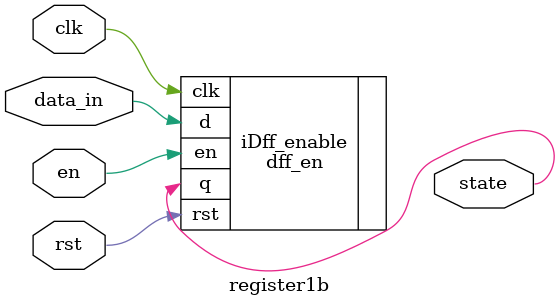
<source format=v>
/*
   CS/ECE 552 Spring '23
   Authors: Yeon Jae Cho and Seth Thao 
   Group: 18
   Filename        : register1b.v
   
   Description     : This is the module for 1 bit register logic
*/
module register1b(en, clk, rst, state, data_in);
	input wire clk, rst, en;
	input wire data_in;
	output wire  state;

	dff_en iDff_enable(.en(en), .clk(clk), .rst(rst), .d(data_in), .q(state));

endmodule
</source>
